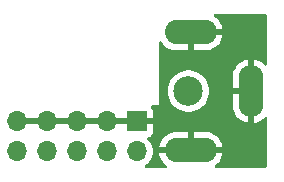
<source format=gbr>
%TF.GenerationSoftware,KiCad,Pcbnew,7.0.7*%
%TF.CreationDate,2023-09-15T23:53:17-05:00*%
%TF.ProjectId,composite-video-adapter,636f6d70-6f73-4697-9465-2d766964656f,rev?*%
%TF.SameCoordinates,Original*%
%TF.FileFunction,Copper,L1,Top*%
%TF.FilePolarity,Positive*%
%FSLAX46Y46*%
G04 Gerber Fmt 4.6, Leading zero omitted, Abs format (unit mm)*
G04 Created by KiCad (PCBNEW 7.0.7) date 2023-09-15 23:53:17*
%MOMM*%
%LPD*%
G01*
G04 APERTURE LIST*
%TA.AperFunction,ComponentPad*%
%ADD10C,2.500000*%
%TD*%
%TA.AperFunction,ComponentPad*%
%ADD11O,4.400000X2.100000*%
%TD*%
%TA.AperFunction,ComponentPad*%
%ADD12O,2.100000X4.400000*%
%TD*%
%TA.AperFunction,ComponentPad*%
%ADD13R,1.700000X1.700000*%
%TD*%
%TA.AperFunction,ComponentPad*%
%ADD14O,1.700000X1.700000*%
%TD*%
G04 APERTURE END LIST*
D10*
%TO.P,J2,1,In*%
%TO.N,Net-(J1-Pin_10)*%
X145697600Y-99190800D03*
D11*
%TO.P,J2,2,Ext*%
%TO.N,GND*%
X145897600Y-104190800D03*
D12*
X150997600Y-99190800D03*
D11*
X145897600Y-94190800D03*
%TD*%
D13*
%TO.P,J1,1,Pin_1*%
%TO.N,GND*%
X141325600Y-101752400D03*
D14*
%TO.P,J1,2,Pin_2*%
%TO.N,unconnected-(J1-Pin_2-Pad2)*%
X141325600Y-104292400D03*
%TO.P,J1,3,Pin_3*%
%TO.N,GND*%
X138785600Y-101752400D03*
%TO.P,J1,4,Pin_4*%
%TO.N,unconnected-(J1-Pin_4-Pad4)*%
X138785600Y-104292400D03*
%TO.P,J1,5,Pin_5*%
%TO.N,GND*%
X136245600Y-101752400D03*
%TO.P,J1,6,Pin_6*%
%TO.N,unconnected-(J1-Pin_6-Pad6)*%
X136245600Y-104292400D03*
%TO.P,J1,7,Pin_7*%
%TO.N,GND*%
X133705600Y-101752400D03*
%TO.P,J1,8,Pin_8*%
%TO.N,unconnected-(J1-Pin_8-Pad8)*%
X133705600Y-104292400D03*
%TO.P,J1,9,Pin_9*%
%TO.N,GND*%
X131165600Y-101752400D03*
%TO.P,J1,10,Pin_10*%
%TO.N,Net-(J1-Pin_10)*%
X131165600Y-104292400D03*
%TD*%
%TA.AperFunction,Conductor*%
%TO.N,GND*%
G36*
X152291739Y-92679385D02*
G01*
X152337494Y-92732189D01*
X152348700Y-92783700D01*
X152348700Y-96901488D01*
X152329015Y-96968527D01*
X152276211Y-97014282D01*
X152207053Y-97024226D01*
X152143497Y-96995201D01*
X152131885Y-96983715D01*
X152074818Y-96919300D01*
X151880964Y-96761025D01*
X151880958Y-96761021D01*
X151664236Y-96635896D01*
X151430249Y-96547156D01*
X151430237Y-96547152D01*
X151247600Y-96509866D01*
X151247600Y-97423843D01*
X151227915Y-97490882D01*
X151175111Y-97536637D01*
X151115138Y-97547554D01*
X150959716Y-97536923D01*
X150959715Y-97536923D01*
X150959714Y-97536923D01*
X150896828Y-97549991D01*
X150827186Y-97544357D01*
X150771645Y-97501966D01*
X150747839Y-97436277D01*
X150747600Y-97428584D01*
X150747600Y-96509770D01*
X150686547Y-96517184D01*
X150446179Y-96586808D01*
X150446176Y-96586809D01*
X150220078Y-96694093D01*
X150014119Y-96836256D01*
X150014118Y-96836257D01*
X149833633Y-97009617D01*
X149683291Y-97209685D01*
X149566994Y-97431269D01*
X149487742Y-97668659D01*
X149447600Y-97915668D01*
X149447600Y-98940800D01*
X150323600Y-98940800D01*
X150390639Y-98960485D01*
X150436394Y-99013289D01*
X150447600Y-99064800D01*
X150447600Y-99316800D01*
X150427915Y-99383839D01*
X150375111Y-99429594D01*
X150323600Y-99440800D01*
X149447600Y-99440800D01*
X149447600Y-100403271D01*
X149462693Y-100590245D01*
X149522584Y-100833229D01*
X149620677Y-101063461D01*
X149754435Y-101274984D01*
X149920381Y-101462299D01*
X150114235Y-101620574D01*
X150114241Y-101620578D01*
X150330963Y-101745703D01*
X150564962Y-101834447D01*
X150747600Y-101871732D01*
X150747600Y-100957756D01*
X150767285Y-100890717D01*
X150820089Y-100844962D01*
X150880063Y-100834045D01*
X150884645Y-100834358D01*
X150884647Y-100834359D01*
X151035486Y-100844677D01*
X151098371Y-100831609D01*
X151168013Y-100837242D01*
X151223554Y-100879632D01*
X151247361Y-100945320D01*
X151247600Y-100953015D01*
X151247600Y-101871828D01*
X151308645Y-101864417D01*
X151308652Y-101864416D01*
X151549023Y-101794790D01*
X151775121Y-101687506D01*
X151981080Y-101545343D01*
X151981081Y-101545342D01*
X152138802Y-101393849D01*
X152200787Y-101361606D01*
X152270364Y-101367992D01*
X152325443Y-101410981D01*
X152348537Y-101476924D01*
X152348700Y-101483278D01*
X152348700Y-105539500D01*
X152329015Y-105606539D01*
X152276211Y-105652294D01*
X152224700Y-105663500D01*
X148046902Y-105663500D01*
X147979863Y-105643815D01*
X147934108Y-105591011D01*
X147924164Y-105521853D01*
X147953189Y-105458297D01*
X147977863Y-105437073D01*
X147977786Y-105436970D01*
X147979355Y-105435790D01*
X147980627Y-105434697D01*
X147981783Y-105433965D01*
X148169099Y-105268018D01*
X148327374Y-105074164D01*
X148327378Y-105074158D01*
X148452503Y-104857436D01*
X148541247Y-104623437D01*
X148578533Y-104440800D01*
X147664556Y-104440800D01*
X147597517Y-104421115D01*
X147551762Y-104368311D01*
X147540845Y-104308337D01*
X147541159Y-104303753D01*
X147551477Y-104152914D01*
X147538409Y-104090027D01*
X147544043Y-104020386D01*
X147586434Y-103964845D01*
X147652123Y-103941039D01*
X147659816Y-103940800D01*
X148578630Y-103940800D01*
X148571215Y-103879747D01*
X148501591Y-103639379D01*
X148501590Y-103639376D01*
X148394306Y-103413278D01*
X148252143Y-103207319D01*
X148252142Y-103207318D01*
X148078782Y-103026833D01*
X147878714Y-102876491D01*
X147657130Y-102760194D01*
X147419740Y-102680942D01*
X147172732Y-102640800D01*
X146147600Y-102640800D01*
X146147600Y-103516800D01*
X146127915Y-103583839D01*
X146075111Y-103629594D01*
X146023600Y-103640800D01*
X145771600Y-103640800D01*
X145704561Y-103621115D01*
X145658806Y-103568311D01*
X145647600Y-103516800D01*
X145647600Y-102640800D01*
X144685129Y-102640800D01*
X144498154Y-102655893D01*
X144255170Y-102715784D01*
X144024938Y-102813877D01*
X143813415Y-102947635D01*
X143626100Y-103113581D01*
X143467825Y-103307435D01*
X143467821Y-103307441D01*
X143342696Y-103524163D01*
X143253952Y-103758162D01*
X143216666Y-103940800D01*
X144130644Y-103940800D01*
X144197683Y-103960485D01*
X144243438Y-104013289D01*
X144254355Y-104073263D01*
X144254041Y-104077845D01*
X144254041Y-104077847D01*
X144243723Y-104228686D01*
X144256791Y-104291572D01*
X144251157Y-104361214D01*
X144208766Y-104416755D01*
X144143077Y-104440561D01*
X144135384Y-104440800D01*
X143216570Y-104440800D01*
X143223984Y-104501852D01*
X143293608Y-104742220D01*
X143293609Y-104742223D01*
X143400893Y-104968321D01*
X143543056Y-105174280D01*
X143543057Y-105174281D01*
X143716417Y-105354766D01*
X143830333Y-105440369D01*
X143872102Y-105496379D01*
X143876959Y-105566080D01*
X143843362Y-105627342D01*
X143781977Y-105660714D01*
X143755841Y-105663500D01*
X142115270Y-105663500D01*
X142048231Y-105643815D01*
X142002476Y-105591011D01*
X141992532Y-105521853D01*
X142021557Y-105458297D01*
X142044146Y-105437925D01*
X142045510Y-105436970D01*
X142197001Y-105330895D01*
X142364095Y-105163801D01*
X142499635Y-104970230D01*
X142599503Y-104756063D01*
X142660663Y-104527808D01*
X142681259Y-104292400D01*
X142660663Y-104056992D01*
X142599503Y-103828737D01*
X142499635Y-103614571D01*
X142494024Y-103606558D01*
X142364096Y-103421000D01*
X142356374Y-103413278D01*
X142241779Y-103298683D01*
X142208296Y-103237363D01*
X142213280Y-103167671D01*
X142255151Y-103111737D01*
X142286129Y-103094822D01*
X142417686Y-103045754D01*
X142417693Y-103045750D01*
X142532787Y-102959590D01*
X142532790Y-102959587D01*
X142618950Y-102844493D01*
X142618954Y-102844486D01*
X142669196Y-102709779D01*
X142669198Y-102709772D01*
X142675599Y-102650244D01*
X142675600Y-102650227D01*
X142675600Y-102002400D01*
X141938947Y-102002400D01*
X141871908Y-101982715D01*
X141826153Y-101929911D01*
X141816209Y-101860753D01*
X141819969Y-101843467D01*
X141825600Y-101824288D01*
X141825600Y-101680511D01*
X141819969Y-101661333D01*
X141819970Y-101591464D01*
X141857745Y-101532686D01*
X141921301Y-101503662D01*
X141938947Y-101502400D01*
X142675600Y-101502400D01*
X142675600Y-100854572D01*
X142675599Y-100854555D01*
X142669198Y-100795027D01*
X142669196Y-100795020D01*
X142618954Y-100660313D01*
X142618952Y-100660310D01*
X142558541Y-100579612D01*
X142534123Y-100514148D01*
X142548974Y-100445875D01*
X142598379Y-100396469D01*
X142657807Y-100381300D01*
X143180440Y-100381300D01*
X143180583Y-100381328D01*
X143180584Y-100381324D01*
X143205197Y-100381339D01*
X143205200Y-100381341D01*
X143205583Y-100381183D01*
X143205700Y-100380899D01*
X143205741Y-100380800D01*
X143205740Y-100380797D01*
X143205783Y-100356689D01*
X143205700Y-100356267D01*
X143205700Y-99190804D01*
X143942192Y-99190804D01*
X143961796Y-99452420D01*
X143961797Y-99452425D01*
X144020176Y-99708202D01*
X144020178Y-99708211D01*
X144020180Y-99708216D01*
X144116032Y-99952443D01*
X144247214Y-100179657D01*
X144365850Y-100328422D01*
X144410798Y-100384785D01*
X144540684Y-100505300D01*
X144603121Y-100563233D01*
X144819896Y-100711028D01*
X144819901Y-100711030D01*
X144819902Y-100711031D01*
X144819903Y-100711032D01*
X144945443Y-100771488D01*
X145056273Y-100824861D01*
X145056274Y-100824861D01*
X145056277Y-100824863D01*
X145306985Y-100902196D01*
X145566418Y-100941300D01*
X145828782Y-100941300D01*
X146088215Y-100902196D01*
X146338923Y-100824863D01*
X146568522Y-100714294D01*
X146575296Y-100711032D01*
X146575296Y-100711031D01*
X146575304Y-100711028D01*
X146792079Y-100563233D01*
X146945969Y-100420444D01*
X146984401Y-100384785D01*
X146984401Y-100384783D01*
X146984405Y-100384781D01*
X147147986Y-100179657D01*
X147279168Y-99952443D01*
X147375020Y-99708216D01*
X147433402Y-99452430D01*
X147434274Y-99440800D01*
X147453008Y-99190804D01*
X147453008Y-99190795D01*
X147433403Y-98929179D01*
X147433402Y-98929174D01*
X147433402Y-98929170D01*
X147375020Y-98673384D01*
X147279168Y-98429157D01*
X147147986Y-98201943D01*
X146984405Y-97996819D01*
X146984404Y-97996818D01*
X146984401Y-97996814D01*
X146792079Y-97818367D01*
X146677778Y-97740438D01*
X146575304Y-97670572D01*
X146575300Y-97670570D01*
X146575297Y-97670568D01*
X146575296Y-97670567D01*
X146338925Y-97556738D01*
X146338927Y-97556738D01*
X146088223Y-97479406D01*
X146088219Y-97479405D01*
X146088215Y-97479404D01*
X145963423Y-97460594D01*
X145828787Y-97440300D01*
X145828782Y-97440300D01*
X145566418Y-97440300D01*
X145566412Y-97440300D01*
X145404847Y-97464653D01*
X145306985Y-97479404D01*
X145306981Y-97479405D01*
X145306982Y-97479405D01*
X145306976Y-97479406D01*
X145056273Y-97556738D01*
X144819903Y-97670567D01*
X144819902Y-97670568D01*
X144603120Y-97818367D01*
X144410798Y-97996814D01*
X144247214Y-98201943D01*
X144116032Y-98429156D01*
X144020182Y-98673378D01*
X144020176Y-98673397D01*
X143961797Y-98929174D01*
X143961796Y-98929179D01*
X143942192Y-99190795D01*
X143942192Y-99190804D01*
X143205700Y-99190804D01*
X143205700Y-95083465D01*
X143225385Y-95016426D01*
X143278189Y-94970671D01*
X143347347Y-94960727D01*
X143410903Y-94989752D01*
X143431750Y-95013025D01*
X143543056Y-95174280D01*
X143543057Y-95174281D01*
X143716417Y-95354766D01*
X143916485Y-95505108D01*
X144138069Y-95621405D01*
X144375459Y-95700657D01*
X144622468Y-95740800D01*
X145647600Y-95740800D01*
X145647600Y-94864800D01*
X145667285Y-94797761D01*
X145720089Y-94752006D01*
X145771600Y-94740800D01*
X146023600Y-94740800D01*
X146090639Y-94760485D01*
X146136394Y-94813289D01*
X146147600Y-94864800D01*
X146147600Y-95740800D01*
X147110071Y-95740800D01*
X147297045Y-95725706D01*
X147540029Y-95665815D01*
X147770261Y-95567722D01*
X147981784Y-95433964D01*
X148169099Y-95268018D01*
X148327374Y-95074164D01*
X148327378Y-95074158D01*
X148452503Y-94857436D01*
X148541247Y-94623437D01*
X148578533Y-94440800D01*
X147664556Y-94440800D01*
X147597517Y-94421115D01*
X147551762Y-94368311D01*
X147540845Y-94308337D01*
X147541159Y-94303753D01*
X147551477Y-94152914D01*
X147538409Y-94090027D01*
X147544043Y-94020386D01*
X147586434Y-93964845D01*
X147652123Y-93941039D01*
X147659816Y-93940800D01*
X148578630Y-93940800D01*
X148571215Y-93879747D01*
X148501591Y-93639379D01*
X148501590Y-93639376D01*
X148394306Y-93413278D01*
X148252143Y-93207319D01*
X148252142Y-93207318D01*
X148078782Y-93026833D01*
X147887151Y-92882831D01*
X147845382Y-92826821D01*
X147840525Y-92757120D01*
X147874122Y-92695858D01*
X147935507Y-92662486D01*
X147961643Y-92659700D01*
X152224700Y-92659700D01*
X152291739Y-92679385D01*
G37*
%TD.AperFunction*%
%TA.AperFunction,Conductor*%
G36*
X133159292Y-101522085D02*
G01*
X133205047Y-101574889D01*
X133214991Y-101644047D01*
X133211231Y-101661333D01*
X133205600Y-101680511D01*
X133205600Y-101824288D01*
X133211231Y-101843467D01*
X133211230Y-101913336D01*
X133173455Y-101972114D01*
X133109899Y-102001138D01*
X133092253Y-102002400D01*
X131778947Y-102002400D01*
X131711908Y-101982715D01*
X131666153Y-101929911D01*
X131656209Y-101860753D01*
X131659969Y-101843467D01*
X131665600Y-101824288D01*
X131665600Y-101680511D01*
X131659969Y-101661333D01*
X131659970Y-101591464D01*
X131697745Y-101532686D01*
X131761301Y-101503662D01*
X131778947Y-101502400D01*
X133092253Y-101502400D01*
X133159292Y-101522085D01*
G37*
%TD.AperFunction*%
%TA.AperFunction,Conductor*%
G36*
X135699292Y-101522085D02*
G01*
X135745047Y-101574889D01*
X135754991Y-101644047D01*
X135751231Y-101661333D01*
X135745600Y-101680511D01*
X135745600Y-101824288D01*
X135751231Y-101843467D01*
X135751230Y-101913336D01*
X135713455Y-101972114D01*
X135649899Y-102001138D01*
X135632253Y-102002400D01*
X134318947Y-102002400D01*
X134251908Y-101982715D01*
X134206153Y-101929911D01*
X134196209Y-101860753D01*
X134199969Y-101843467D01*
X134205600Y-101824288D01*
X134205600Y-101680511D01*
X134199969Y-101661333D01*
X134199970Y-101591464D01*
X134237745Y-101532686D01*
X134301301Y-101503662D01*
X134318947Y-101502400D01*
X135632253Y-101502400D01*
X135699292Y-101522085D01*
G37*
%TD.AperFunction*%
%TA.AperFunction,Conductor*%
G36*
X138239292Y-101522085D02*
G01*
X138285047Y-101574889D01*
X138294991Y-101644047D01*
X138291231Y-101661333D01*
X138285600Y-101680511D01*
X138285600Y-101824288D01*
X138291231Y-101843467D01*
X138291230Y-101913336D01*
X138253455Y-101972114D01*
X138189899Y-102001138D01*
X138172253Y-102002400D01*
X136858947Y-102002400D01*
X136791908Y-101982715D01*
X136746153Y-101929911D01*
X136736209Y-101860753D01*
X136739969Y-101843467D01*
X136745600Y-101824288D01*
X136745600Y-101680511D01*
X136739969Y-101661333D01*
X136739970Y-101591464D01*
X136777745Y-101532686D01*
X136841301Y-101503662D01*
X136858947Y-101502400D01*
X138172253Y-101502400D01*
X138239292Y-101522085D01*
G37*
%TD.AperFunction*%
%TA.AperFunction,Conductor*%
G36*
X140779292Y-101522085D02*
G01*
X140825047Y-101574889D01*
X140834991Y-101644047D01*
X140831231Y-101661333D01*
X140825600Y-101680511D01*
X140825600Y-101824288D01*
X140831231Y-101843467D01*
X140831230Y-101913336D01*
X140793455Y-101972114D01*
X140729899Y-102001138D01*
X140712253Y-102002400D01*
X139398947Y-102002400D01*
X139331908Y-101982715D01*
X139286153Y-101929911D01*
X139276209Y-101860753D01*
X139279969Y-101843467D01*
X139285600Y-101824288D01*
X139285600Y-101680511D01*
X139279969Y-101661333D01*
X139279970Y-101591464D01*
X139317745Y-101532686D01*
X139381301Y-101503662D01*
X139398947Y-101502400D01*
X140712253Y-101502400D01*
X140779292Y-101522085D01*
G37*
%TD.AperFunction*%
%TD*%
M02*

</source>
